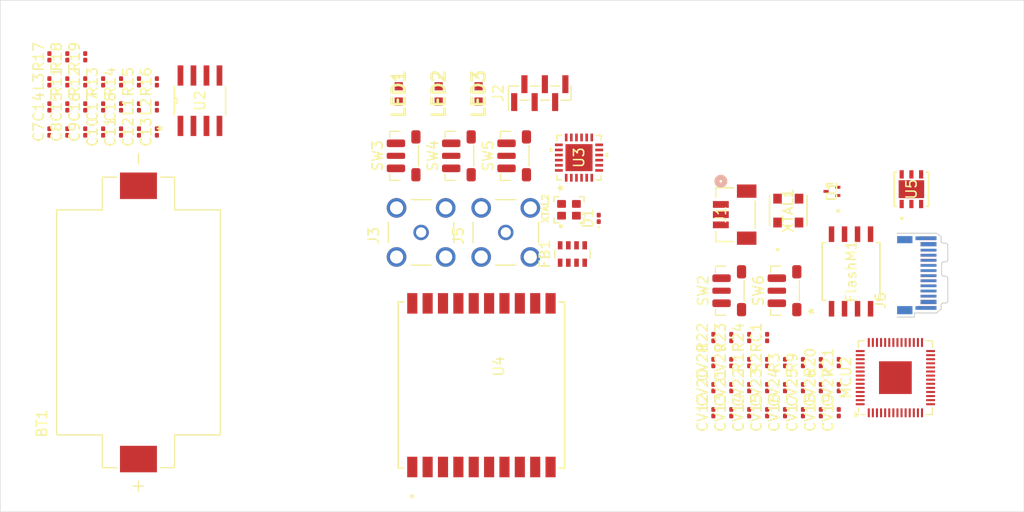
<source format=kicad_pcb>
(kicad_pcb (version 20240108) (generator "pcbnew") (generator_version "8.0")
  (layers (0 "F.Cu" signal) (1 "In1.Cu" signal) (2 "In2.Cu" signal) (31 "B.Cu" signal) (34 "B.Paste" user) (35 "F.Paste" user) (36 "B.SilkS" user "B.Silkscreen") (37 "F.SilkS" user "F.Silkscreen") (38 "B.Mask" user) (39 "F.Mask" user) (44 "Edge.Cuts" user))
  (net 0 "")
  (net 1 "GND")
  (net 2 "Net-(D1-A)")
  (net 3 "Net-(U3-DCC_FB)")
  (net 4 "Net-(U3-VBAT_IO)")
  (net 5 "Net-(U3-VR_PA)")
  (net 6 "/GPS ~{RST}")
  (net 7 "+3.3V")
  (net 8 "Net-(U3-RFIO)")
  (net 9 "Net-(C15-Pad1)")
  (net 10 "Net-(C16-Pad1)")
  (net 11 "Net-(C18-Pad1)")
  (net 12 "Net-(MCU2-RUN)")
  (net 13 "Net-(MCU2-VREG_VOUT)")
  (net 14 "/V_IN")
  (net 15 "Net-(D1-K)")
  (net 16 "/RP2040/MCU QSPI_SS")
  (net 17 "/RP2040/MCU QSPI_SD0")
  (net 18 "/RP2040/MCU QSPI_SD3")
  (net 19 "/RP2040/MCU QSPI_SD1")
  (net 20 "/RP2040/MCU QSPI_SD2")
  (net 21 "/RP2040/MCU QSPI_SCLK")
  (net 22 "Net-(J1-Pad1)")
  (net 23 "Net-(J1-Pad3)")
  (net 24 "/OBC UART RTS")
  (net 25 "/OBC UART RX")
  (net 26 "/OBC UART CTS")
  (net 27 "/OBC UART TX")
  (net 28 "Net-(U4-EX_ANT)")
  (net 29 "/RP2040/USB_DM")
  (net 31 "Net-(J6-CC2)")
  (net 35 "/RP2040/USB_DP")
  (net 38 "Net-(J6-CC1)")
  (net 39 "Net-(U3-DCC_SW)")
  (net 40 "Net-(LED1-A)")
  (net 41 "Net-(LED2-A)")
  (net 42 "Net-(LED3-A)")
  (net 43 "Net-(LED3-K)")
  (net 44 "/RP2040/GP8{slash}SPI1 MISO")
  (net 45 "/SX1280 ~{RST}")
  (net 46 "/SX1280 SPI ~{CS}")
  (net 47 "CRYSTAL")
  (net 48 "/RP2040/GP29_ADC3")
  (net 49 "/SX1280 DIO3")
  (net 50 "/RP2040/GP24{slash}PWM4 A")
  (net 51 "/GPS I2C SCL")
  (net 52 "/RP2040/GP28_ADC2")
  (net 53 "/SX1280 DIO2")
  (net 54 "/RP2040/GP13{slash}I2C0 SCL")
  (net 55 "/SX1280 SPI SCK")
  (net 56 "/RP2040/GP26_ADC0")
  (net 57 "/SX1280 DIO1")
  (net 58 "/GPS I2C SDA")
  (net 59 "/SX1280 BUSY")
  (net 60 "/GPS 1PPS")
  (net 61 "/SX1280 SPI MOSI")
  (net 62 "/GPS UART RX")
  (net 63 "/RP2040/GP27_ADC1")
  (net 64 "/GPS UART TX")
  (net 65 "Net-(MCU2-SWCLK)")
  (net 66 "Net-(MCU2-SWD)")
  (net 67 "/RP2040/GP10{slash}SPI1 SCK")
  (net 68 "/SX1280 SPI MISO")
  (net 69 "Net-(MCU2-USB_DM)")
  (net 71 "Net-(MCU2-USB_DP)")
  (net 72 "/RP2040/GP12{slash}I2C0 SDA")
  (net 73 "/RP2040/GP11{slash}SPI1 MOSI")
  (net 74 "/RP2040/GP25{slash}PWM4 B")
  (net 75 "Net-(R11-Pad1)")
  (net 76 "Net-(U4-NRESET)")
  (net 77 "Net-(U4-3D-FIX)")
  (net 78 "Net-(R16-Pad1)")
  (net 79 "/RP2040/~{RST}")
  (net 80 "Net-(XTAL1-TRI-STATE(STBY))")
  (net 81 "/RP2040/~{USB_BOOT}")
  (net 82 "/GPS VBACKUP")
  (net 83 "/SX1280 XTB")
  (net 84 "/SX1280 XTA")
  (footprint "Capacitor_SMD:C_0201_0603Metric" (layer "F.Cu") (at 111.8001 60.4313 90)
    (property "Reference" "C18" (at 0 -1.05 90) (layer "F.SilkS"))
    (property "Value" "100pF")
    (pad "1" smd roundrect (at -0.32 0 90) (size 0.46 0.4) (layers "F.Cu" "F.Mask") (net 11 "Net-(C18-Pad1)"))
    (pad "2" smd roundrect (at 0.32 0 90) (size 0.46 0.4) (layers "F.Cu" "F.Mask") (net 10 "Net-(C16-Pad1)"))
  )
  (footprint "Capacitor_SMD:C_0201_0603Metric" (layer "F.Cu") (at 178.4075 87.88 90)
    (property "Reference" "CV25" (at 0 -1.05 90) (layer "F.SilkS"))
    (property "Value" "100nF")
    (pad "1" smd roundrect (at -0.32 0 90) (size 0.46 0.4) (layers "F.Cu" "F.Mask") (net 7 "+3.3V"))
    (pad "2" smd roundrect (at 0.32 0 90) (size 0.46 0.4) (layers "F.Cu" "F.Mask") (net 1 "GND"))
  )
  (footprint "Capacitor_SMD:C_0201_0603Metric" (layer "F.Cu") (at 104.8001 62.8813 90)
    (property "Reference" "C7" (at 0 -1.05 90) (layer "F.SilkS"))
    (property "Value" "10nF")
    (pad "1" smd roundrect (at -0.32 0 90) (size 0.46 0.4) (layers "F.Cu" "F.Mask") (net 3 "Net-(U3-DCC_FB)"))
    (pad "2" smd roundrect (at 0.32 0 90) (size 0.46 0.4) (layers "F.Cu" "F.Mask") (net 1 "GND"))
  )
  (footprint "Capacitor_SMD:C_0201_0603Metric" (layer "F.Cu") (at 110.0501 62.8813 90)
    (property "Reference" "C10" (at 0 -1.05 90) (layer "F.SilkS"))
    (property "Value" "470nF")
    (pad "1" smd roundrect (at -0.32 0 90) (size 0.46 0.4) (layers "F.Cu" "F.Mask") (net 3 "Net-(U3-DCC_FB)"))
    (pad "2" smd roundrect (at 0.32 0 90) (size 0.46 0.4) (layers "F.Cu" "F.Mask") (net 1 "GND"))
  )
  (footprint "Capacitor_SMD:C_0201_0603Metric" (layer "F.Cu") (at 106.5501 62.8813 90)
    (property "Reference" "C8" (at 0 -1.05 90) (layer "F.SilkS"))
    (property "Value" "100nF")
    (pad "1" smd roundrect (at -0.32 0 90) (size 0.46 0.4) (layers "F.Cu" "F.Mask") (net 4 "Net-(U3-VBAT_IO)"))
    (pad "2" smd roundrect (at 0.32 0 90) (size 0.46 0.4) (layers "F.Cu" "F.Mask") (net 1 "GND"))
  )
  (footprint "AS12MHz:ASE-3.2X2.5_ABR" (layer "F.Cu") (at 176.9745 70.5654 90)
    (property "Reference" "XTAL1" (at 0 0 90) (layer "F.SilkS"))
    (property "Value" "ASE-12.000MHZ-LC-T")
    (pad "1" smd rect (at -1.1684 -1.05 90) (size 0.9652 0.8382) (layers "F.Cu" "F.Paste" "F.Mask") (net 80 "Net-(XTAL1-TRI-STATE(STBY))"))
    (pad "2" smd rect (at -1.1684 1.05 90) (size 0.9652 0.8382) (layers "F.Cu" "F.Paste" "F.Mask") (net 1 "GND"))
    (pad "3" smd rect (at 1.1684 1.05 90) (size 0.9652 0.8382) (layers "F.Cu" "F.Paste" "F.Mask") (net 47 "CRYSTAL"))
    (pad "4" smd rect (at 1.1684 -1.05 90) (size 0.9652 0.8382) (layers "F.Cu" "F.Paste" "F.Mask") (net 7 "+3.3V"))
  )
  (footprint "Inductor_SMD:L_0201_0603Metric" (layer "F.Cu") (at 104.8001 57.9813 90)
    (property "Reference" "L3" (at 0 -1.05 90) (layer "F.SilkS"))
    (property "Value" "2.5nH")
    (pad "1" smd roundrect (at -0.32 0 90) (size 0.46 0.4) (layers "F.Cu" "F.Mask") (net 9 "Net-(C15-Pad1)"))
    (pad "2" smd roundrect (at 0.32 0 90) (size 0.46 0.4) (layers "F.Cu" "F.Mask") (net 10 "Net-(C16-Pad1)"))
  )
  (footprint "SMA_CONNECTOR:LPRS_SMA_CONNECTOR" (layer "F.Cu") (at 141.1101 72.7013 90)
    (property "Reference" "J3" (at -0.325 -4.635 90) (layer "F.SilkS"))
    (property "Value" "SMA_CONNECTOR")
    (pad "1" thru_hole circle (at 0 0 90) (size 1.508 1.508) (drill 1) (layers "*.Cu" "*.Mask") (net 11 "Net-(C18-Pad1)"))
    (pad "G1" thru_hole circle (at -2.4 -2.4 90) (size 1.92 1.92) (drill 1.28) (layers "*.Cu" "*.Mask") (net 1 "GND"))
    (pad "G2" thru_hole circle (at -2.4 2.4 90) (size 1.92 1.92) (drill 1.28) (layers "*.Cu" "*.Mask") (net 1 "GND"))
    (pad "G3" thru_hole circle (at 2.4 2.4 90) (size 1.92 1.92) (drill 1.28) (layers "*.Cu" "*.Mask") (net 1 "GND"))
    (pad "G4" thru_hole circle (at 2.4 -2.4 90) (size 1.92 1.92) (drill 1.28) (layers "*.Cu" "*.Mask") (net 1 "GND"))
  )
  (footprint "Dual PMOS:D8" (layer "F.Cu") (at 119.5072 59.8217 90)
    (property "Reference" "U2" (at 0 0 90) (layer "F.SilkS"))
    (property "Value" "TPS1120DR")
    (fp_text user "*" (at -2.7178 -3.6068 90) (layer "F.SilkS"))
    (fp_text user "*" (at -2.7178 -3.6068 90) (layer "F.SilkS"))
    (pad "1" smd rect (at -2.4638 -1.905 90) (size 1.9812 0.5588) (layers "F.Cu" "F.Paste" "F.Mask") (net 43 "Net-(LED3-K)"))
    (pad "2" smd rect (at -2.4638 -0.635 90) (size 1.9812 0.5588) (layers "F.Cu" "F.Paste" "F.Mask") (net 46 "/SX1280 SPI ~{CS}"))
    (pad "3" smd rect (at -2.4638 0.635 90) (size 1.9812 0.5588) (layers "F.Cu" "F.Paste" "F.Mask") (net 1 "GND"))
    (pad "4" smd rect (at -2.4638 1.905 90) (size 1.9812 0.5588) (layers "F.Cu" "F.Paste" "F.Mask") (net 1 "GND"))
    (pad "5" smd rect (at 2.4638 1.905 90) (size 1.9812 0.5588) (layers "F.Cu" "F.Paste" "F.Mask") (net 1 "GND"))
    (pad "6" smd rect (at 2.4638 0.635 90) (size 1.9812 0.5588) (layers "F.Cu" "F.Paste" "F.Mask") (net 1 "GND"))
    (pad "7" smd rect (at 2.4638 -0.635 90) (size 1.9812 0.5588) (layers "F.Cu" "F.Paste" "F.Mask") (net 1 "GND"))
    (pad "8" smd rect (at 2.4638 -1.905 90) (size 1.9812 0.5588) (layers "F.Cu" "F.Paste" "F.Mask") (net 1 "GND"))
  )
  (footprint "Capacitor_SMD:C_0201_0603Metric" (layer "F.Cu") (at 180.1575 87.88 90)
    (property "Reference" "CV26" (at 0 -1.05 90) (layer "F.SilkS"))
    (property "Value" "4.7uF")
    (pad "1" smd roundrect (at -0.32 0 90) (size 0.46 0.4) (layers "F.Cu" "F.Mask") (net 1 "GND"))
    (pad "2" smd roundrect (at 0.32 0 90) (size 0.46 0.4) (layers "F.Cu" "F.Mask") (net 14 "/V_IN"))
  )
  (footprint "Capacitor_SMD:C_0201_0603Metric" (layer "F.Cu") (at 171.4075 87.88 90)
    (property "Reference" "CV21" (at 0 -1.05 90) (layer "F.SilkS"))
    (property "Value" "100nF")
    (pad "1" smd roundrect (at -0.32 0 90) (size 0.46 0.4) (layers "F.Cu" "F.Mask") (net 7 "+3.3V"))
    (pad "2" smd roundrect (at 0.32 0 90) (size 0.46 0.4) (layers "F.Cu" "F.Mask") (net 1 "GND"))
  )
  (footprint "Red SMD LED:HSMHH191" (layer "F.Cu") (at 146.7251 59.1563 90)
    (property "Reference" "LED3" (at 0 0 90) (layer "F.SilkS") (effects (font (size 1.27 1.27) (thickness 0.254))))
    (property "Value" "HSMH-H191" (hide yes))
    (pad "1" smd rect (at 0.75 0 180) (size 0.8 0.8) (layers "F.Cu" "F.Paste" "F.Mask") (net 43 "Net-(LED3-K)"))
    (pad "2" smd rect (at -0.75 0 180) (size 0.8 0.8) (layers "F.Cu" "F.Paste" "F.Mask") (net 42 "Net-(LED3-A)"))
  )
  (footprint "Capacitor_SMD:C_0201_0603Metric" (layer "F.Cu") (at 176.6575 87.88 90)
    (property "Reference" "CV24" (at 0 -1.05 90) (layer "F.SilkS"))
    (property "Value" "1uF")
    (pad "1" smd roundrect (at -0.32 0 90) (size 0.46 0.4) (layers "F.Cu" "F.Mask") (net 7 "+3.3V"))
    (pad "2" smd roundrect (at 0.32 0 90) (size 0.46 0.4) (layers "F.Cu" "F.Mask") (net 1 "GND"))
  )
  (footprint "Resistor_SMD:R_0201_0603Metric" (layer "F.Cu") (at 106.5501 55.5313 90)
    (property "Reference" "R18" (at 0 -1.05 90) (layer "F.SilkS"))
    (property "Value" "30")
    (pad "1" smd roundrect (at -0.32 0 90) (size 0.46 0.4) (layers "F.Cu" "F.Mask") (net 42 "Net-(LED3-A)"))
    (pad "2" smd roundrect (at 0.32 0 90) (size 0.46 0.4) (layers "F.Cu" "F.Mask") (net 7 "+3.3V"))
  )
  (footprint "Button_Switch_SMD:SW_Push_1P1T-MP_NO_Horizontal_Alps_SKRTLAE010" (layer "F.Cu") (at 176.7575 78.4 90)
    (property "Reference" "SW6" (at 0 -2.7 90) (layer "F.SilkS"))
    (property "Value" "SW_Push")
    (pad "" np_thru_hole circle (at -2.125 0 90) (size 0.9 0.9) (drill 0.9) (layers "*.Cu" "*.Mask"))
    (pad "" np_thru_hole circle (at 2.125 0 90) (size 0.9 0.9) (drill 0.9) (layers "*.Cu" "*.Mask"))
    (pad "1" smd roundrect (at -1.225 -0.9 90) (size 0.75 1.8) (layers "F.Cu" "F.Paste" "F.Mask") (net 1 "GND"))
    (pad "1" smd roundrect (at 1.225 -0.9 90) (size 0.75 1.8) (layers "F.Cu" "F.Paste" "F.Mask") (net 1 "GND"))
    (pad "2" smd roundrect (at 0 -0.9 90) (size 0.6 1.8) (layers "F.Cu" "F.Paste" "F.Mask") (net 81 "/RP2040/~{USB_BOOT}"))
    (pad "MP" smd roundrect (at -1.85 1.05 90) (size 1.3 0.9) (layers "F.Cu" "F.Paste" "F.Mask"))
    (pad "MP" smd roundrect (at 1.85 1.05 90) (size 1.3 0.9) (layers "F.Cu" "F.Paste" "F.Mask"))
  )
  (footprint "Red SMD LED:HSMHH191" (layer "F.Cu") (at 142.8251 59.1563 90)
    (property "Reference" "LED2" (at 0 0 90) (layer "F.SilkS") (effects (font (size 1.27 1.27) (thickness 0.254))))
    (property "Value" "HSMH-H191" (hide yes))
    (pad "1" smd rect (at 0.75 0 180) (size 0.8 0.8) (layers "F.Cu" "F.Paste" "F.Mask") (net 1 "GND"))
    (pad "2" smd rect (at -0.75 0 180) (size 0.8 0.8) (layers "F.Cu" "F.Paste" "F.Mask") (net 41 "Net-(LED2-A)"))
  )
  (footprint "Resistor_SMD:R_0201_0603Metric" (layer "F.Cu") (at 174.9075 85.43 90)
    (property "Reference" "R2" (at 0 -1.05 90) (layer "F.SilkS"))
    (property "Value" "27")
    (pad "1" smd roundrect (at -0.32 0 90) (size 0.46 0.4) (layers "F.Cu" "F.Mask") (net 35 "/RP2040/USB_DP"))
    (pad "2" smd roundrect (at 0.32 0 90) (size 0.46 0.4) (layers "F.Cu" "F.Mask") (net 71 "Net-(MCU2-USB_DP)"))
  )
  (footprint "Capacitor_SMD:C_0201_0603Metric" (layer "F.Cu") (at 180.1575 90.33 90)
    (property "Reference" "CV18" (at 0 -1.05 90) (layer "F.SilkS"))
    (property "Value" "100nF")
    (pad "1" smd roundrect (at -0.32 0 90) (size 0.46 0.4) (layers "F.Cu" "F.Mask") (net 7 "+3.3V"))
    (pad "2" smd roundrect (at 0.32 0 90) (size 0.46 0.4) (layers "F.Cu" "F.Mask") (net 1 "GND"))
  )
  (footprint "Package_DFN_QFN:QFN-56-1EP_7x7mm_P0.4mm_EP3.2x3.2mm" (layer "F.Cu") (at 187.4375 86.9 90)
    (property "Reference" "MCU2" (at 0 -4.83 90) (layer "F.SilkS"))
    (property "Value" "RP2040")
    (pad "1" smd roundrect (at -3.4375 -2.6 90) (size 0.875 0.2) (layers "F.Cu" "F.Paste" "F.Mask") (net 7 "+3.3V"))
    (pad "2" smd roundrect (at -3.4375 -2.2 90) (size 0.875 0.2) (layers "F.Cu" "F.Paste" "F.Mask") (net 64 "/GPS UART TX"))
    (pad "3" smd roundrect (at -3.4375 -1.8 90) (size 0.875 0.2) (layers "F.Cu" "F.Paste" "F.Mask") (net 62 "/GPS UART RX"))
    (pad "4" smd roundrect (at -3.4375 -1.4 90) (size 0.875 0.2) (layers "F.Cu" "F.Paste" "F.Mask") (net 6 "/GPS ~{RST}"))
    (pad "5" smd roundrect (at -3.4375 -1 90) (size 0.875 0.2) (layers "F.Cu" "F.Paste" "F.Mask") (net 60 "/GPS 1PPS"))
    (pad "6" smd roundrect (at -3.4375 -0.6 90) (size 0.875 0.2) (layers "F.Cu" "F.Paste" "F.Mask") (net 27 "/OBC UART TX"))
    (pad "7" smd roundrect (at -3.4375 -0.2 90) (size 0.875 0.2) (layers "F.Cu" "F.Paste" "F.Mask") (net 25 "/OBC UART RX"))
    (pad "8" smd roundrect (at -3.4375 0.2 90) (size 0.875 0.2) (layers "F.Cu" "F.Paste" "F.Mask") (net 26 "/OBC UART CTS"))
    (pad "9" smd roundrect (at -3.4375 0.6 90) (size 0.875 0.2) (layers "F.Cu" "F.Paste" "F.Mask") (net 24 "/OBC UART RTS"))
    (pad "10" smd roundrect (at -3.4375 1 90) (size 0.875 0.2) (layers "F.Cu" "F.Paste" "F.Mask") (net 7 "+3.3V"))
    (pad "11" smd roundrect (at -3.4375 1.4 90) (size 0.875 0.2) (layers "F.Cu" "F.Paste" "F.Mask") (net 44 "/RP2040/GP8{slash}SPI1 MISO"))
    (pad "12" smd roundrect (at -3.4375 1.8 90) (size 0.875 0.2) (layers "F.Cu" "F.Paste" "F.Mask") (net 45 "/SX1280 ~{RST}"))
    (pad "13" smd roundrect (at -3.4375 2.2 90) (size 0.875 0.2) (layers "F.Cu" "F.Paste" "F.Mask") (net 67 "/RP2040/GP10{slash}SPI1 SCK"))
    (pad "14" smd roundrect (at -3.4375 2.6 90) (size 0.875 0.2) (layers "F.Cu" "F.Paste" "F.Mask") (net 73 "/RP2040/GP11{slash}SPI1 MOSI"))
    (pad "15" smd roundrect (at -2.6 3.4375 90) (size 0.2 0.875) (layers "F.Cu" "F.Paste" "F.Mask") (net 72 "/RP2040/GP12{slash}I2C0 SDA"))
    (pad "16" smd roundrect (at -2.2 3.4375 90) (size 0.2 0.875) (layers "F.Cu" "F.Paste" "F.Mask") (net 54 "/RP2040/GP13{slash}I2C0 SCL"))
    (pad "17" smd roundrect (at -1.8 3.4375 90) (size 0.2 0.875) (layers "F.Cu" "F.Paste" "F.Mask") (net 58 "/GPS I2C SDA"))
    (pad "18" smd roundrect (at -1.4 3.4375 90) (size 0.2 0.875) (layers "F.Cu" "F.Paste" "F.Mask") (net 51 "/GPS I2C SCL"))
    (pad "19" smd roundrect (at -1 3.4375 90) (size 0.2 0.875) (layers "F.Cu" "F.Paste" "F.Mask") (net 1 "GND"))
    (pad "20" smd roundrect (at -0.6 3.4375 90) (size 0.2 0.875) (layers "F.Cu" "F.Paste" "F.Mask") (net 47 "CRYSTAL"))
    (pad "21" smd roundrect (at -0.2 3.4375 90) (size 0.2 0.875) (layers "F.Cu" "F.Paste" "F.Mask"))
    (pad "22" smd roundrect (at 0.2 3.4375 90) (size 0.2 0.875) (layers "F.Cu" "F.Paste" "F.Mask") (net 7 "+3.3V"))
    (pad "23" smd roundrect (at 0.6 3.4375 90) (size 0.2 0.875) (layers "F.Cu" "F.Paste" "F.Mask") (net 13 "Net-(MCU2-VREG_VOUT)"))
    (pad "24" smd roundrect (at 1 3.4375 90) (size 0.2 0.875) (layers "F.Cu" "F.Paste" "F.Mask") (net 65 "Net-(MCU2-SWCLK)"))
    (pad "25" smd roundrect (at 1.4 3.4375 90) (size 0.2 0.875) (layers "F.Cu" "F.Paste" "F.Mask") (net 66 "Net-(MCU2-SWD)"))
    (pad "26" smd roundrect (at 1.8 3.4375 90) (size 0.2 0.875) (layers "F.Cu" "F.Paste" "F.Mask") (net 12 "Net-(MCU2-RUN)"))
    (pad "27" smd roundrect (at 2.2 3.4375 90) (size 0.2 0.875) (layers "F.Cu" "F.Paste" "F.Mask") (net 68 "/SX1280 SPI MISO"))
    (pad "28" smd roundrect (at 2.6 3.4375 90) (size 0.2 0.875) (layers "F.Cu" "F.Paste" "F.Mask") (net 46 "/SX1280 SPI ~{CS}"))
    (pad "29" smd roundrect (at 3.4375 2.6 90) (size 0.875 0.2) (layers "F.Cu" "F.Paste" "F.Mask") (net 55 "/SX1280 SPI SCK"))
    (pad "30" smd roundrect (at 3.4375 2.2 90) (size 0.875 0.2) (layers "F.Cu" "F.Paste" "F.Mask") (net 61 "/SX1280 SPI MOSI"))
    (pad "31" smd roundrect (at 3.4375 1.8 90) (size 0.875 0.2) (layers "F.Cu" "F.Paste" "F.Mask") (net 59 "/SX1280 BUSY"))
    (pad "32" smd roundrect (at 3.4375 1.4 90) (size 0.875 0.2) (layers "F.Cu" "F.Paste" "F.Mask") (net 57 "/SX1280 DIO1"))
    (pad "33" smd roundrect (at 3.4375 1 90) (size 0.875 0.2) (layers "F.Cu" "F.Paste" "F.Mask") (net 7 "+3.3V"))
    (pad "34" smd roundrect (at 3.4375 0.6 90) (size 0.875 0.2) (layers "F.Cu" "F.Paste" "F.Mask") (net 53 "/SX1280 DIO2"))
    (pad "35" smd roundrect (at 3.4375 0.2 90) (size 0.875 0.2) (layers "F.Cu" "F.Paste" "F.Mask") (net 49 "/SX1280 DIO3"))
    (pad "36" smd roundrect (at 3.4375 -0.2 90) (size 0.875 0.2) (layers "F.Cu" "F.Paste" "F.Mask") (net 50 "/RP2040/GP24{slash}PWM4 A"))
    (pad "37" smd roundrect (at 3.4375 -0.6 90) (size 0.875 0.2) (layers "F.Cu" "F.Paste" "F.Mask") (net 74 "/RP2040/GP25{slash}PWM4 B"))
    (pad "38" smd roundrect (at 3.4375 -1 90) (size 0.875 0.2) (layers "F.Cu" "F.Paste" "F.Mask") (net 56 "/RP2040/GP26_ADC0"))
    (pad "39" smd roundrect (at 3.4375 -1.4 90) (size 0.875 0.2) (layers "F.Cu" "F.Paste" "F.Mask") (net 63 "/RP2040/GP27_ADC1"))
    (pad "40" smd roundrect (at 3.4375 -1.8 90) (size 0.875 0.2) (layers "F.Cu" "F.Paste" "F.Mask") (net 52 "/RP2040/GP28_ADC2"))
    (pad "41" smd roundrect (at 3.4375 -2.2 90) (size 0.875 0.2) (layers "F.Cu" "F.Paste" "F.Mask") (net 48 "/RP2040/GP29_ADC3"))
    (pad "42" smd roundrect (at 3.4375 -2.6 90) (size 0.875 0.2) (layers "F.Cu" "F.Paste" "F.Mask") (net 7 "+3.3V"))
    (pad "43" smd roundrect (at 2.6 -3.4375 90) (size 0.2 0.875) (layers "F.Cu" "F.Paste" "F.Mask") (net 7 "+3.3V"))
    (pad "44" smd roundrect (at 2.2 -3.4375 90) (size 0.2 0.875) (layers "F.Cu" "F.Paste" "F.Mask") (net 7 "+3.3V"))
    (pad "45" smd roundrect (at 1.8 -3.4375 90) (size 0.2 0.875) (layers "F.Cu" "F.Paste" "F.Mask") (net 13 "Net-(MCU2-VREG_VOUT)"))
    (pad "46" smd roundrect (at 1.4 -3.4375 90) (size 0.2 0.875) (layers "F.Cu" "F.Paste" "F.Mask") (net 69 "Net-(MCU2-USB_DM)"))
    (pad "47" smd roundrect (at 1 -3.4375 90) (size 0.2 0.875) (layers "F.Cu" "F.Paste" "F.Mask") (net 71 "Net-(MCU2-USB_DP)"))
    (pad "48" smd roundrect (at 0.6 -3.4375 90) (size 0.2 0.875) (layers "F.Cu" "F.Paste" "F.Mask") (net 7 "+3.3V"))
    (pad "49" smd roundrect (at 0.2 -3.4375 90) (size 0.2 0.875) (layers "F.Cu" "F.Paste" "F.Mask") (net 7 "+3.3V"))
    (pad "50" smd roundrect (at -0.2 -3.4375 90) (size 0.2 0.875) (layers "F.Cu" "F.Paste" "F.Mask") (net 13 "Net-(MCU2-VREG_VOUT)"))
    (pad "51" smd roundrect (at -0.6 -3.4375 90) (size 0.2 0.875) (layers "F.Cu" "F.Paste" "F.Mask") (net 18 "/RP2040/MCU QSPI_SD3"))
    (pad "52" smd roundrect (at -1 -3.4375 90) (size 0.2 0.875) (layers "F.Cu" "F.Paste" "F.Mask") (net 21 "/RP2040/MCU QSPI_SCLK"))
    (pad "53" smd roundrect (at -1.4 -3.4375 90) (size 0.2 0.875) (layers "F.Cu" "F.Paste" "F.Mask") (net 17 "/RP2040/MCU QSPI_SD0"))
    (pad "54" smd roundrect (at -1.8 -3.4375 90) (size 0.2 0.875) (layers "F.Cu" "F.Paste" "F.Mask") (net 20 "/RP2040/MCU QSPI_SD2"))
    (pad "55" smd roundrect (at -2.2 -3.4375 90) (size 0.2 0.875) (layers "F.Cu" "F.Paste" "F.Mask") (net 19 "/RP2040/MCU QSPI_SD1"))
    (pad "56" smd roundrect (at -2.6 -3.4375 90) (size 0.2 0.875) (layers "F.Cu" "F.Paste" "F.Mask") (net 16 "/RP2040/MCU QSPI_SS"))
    (pad "57" smd rect (at 0 0 90) (size 3.2 3.2) (property pad_prop_heatsink) (layers "F.Cu" "F.Mask") (net 1 "GND"))
  )
  (footprint "Resistor_SMD:R_0201_0603Metric" (layer "F.Cu") (at 169.6575 82.98 90)
    (property "Reference" "R22" (at 0 -1.05 90) (layer "F.SilkS"))
    (property "Value" "10k")
    (pad "1" smd roundrect (at -0.32 0 90) (size 0.46 0.4) (layers "F.Cu" "F.Mask") (net 80 "Net-(XTAL1-TRI-STATE(STBY))"))
    (pad "2" smd roundrect (at 0.32 0 90) (size 0.46 0.4) (layers "F.Cu" "F.Mask") (net 7 "+3.3V"))
  )
  (footprint "GPS_adafruit:CD-PA1616D_ADA" (layer "F.Cu") (at 147 87.635765 90)
    (property "Reference" "U4" (at 1.8372 1.7001 90) (layer "F.SilkS"))
    (property "Value" "CD-PA1616")
    (pad "1" smd rect (at -8.001 -6.75513 90) (size 2.0066 0.9906) (layers "F.Cu" "F.Paste" "F.Mask") (net 6 "/GPS ~{RST}"))
    (pad "2" smd rect (at -8.001 -5.25399 90) (size 2.0066 0.9906) (layers "F.Cu" "F.Paste" "F.Mask") (net 76 "Net-(U4-NRESET)"))
    (pad "3" smd rect (at -8.001 -3.75285 90) (size 2.0066 0.9906) (layers "F.Cu" "F.Paste" "F.Mask") (net 1 "GND"))
    (pad "4" smd rect (at -8.001 -2.25171 90) (size 2.0066 0.9906) (layers "F.Cu" "F.Paste" "F.Mask") (net 82 "/GPS VBACKUP"))
    (pad "5" smd rect (at -8.001 -0.75057 90) (size 2.0066 0.9906) (layers "F.Cu" "F.Paste" "F.Mask") (net 77 "Net-(U4-3D-FIX)"))
    (pad "6" smd rect (at -8.001 0.75057 90) (size 2.0066 0.9906) (layers "F.Cu" "F.Paste" "F.Mask"))
    (pad "7" smd rect (at -8.001 2.25171 90) (size 2.0066 0.9906) (layers "F.Cu" "F.Paste" "F.Mask"))
    (pad "8" smd rect (at -8.001 3.75285 90) (size 2.0066 0.9906) (layers "F.Cu" "F.Paste" "F.Mask") (net 1 "GND"))
    (pad "9" smd rect (at -8.001 5.25399 90) (size 2.0066 0.9906) (layers "F.Cu" "F.Paste" "F.Mask") (net 64 "/GPS UART TX"))
    (pad "10" smd rect (at -8.001 6.75513 90) (size 2.0066 0.9906) (layers "F.Cu" "F.Paste" "F.Mask") (net 62 "/GPS UART RX"))
    (pad "11" smd rect (at 8.001 6.75513 90) (size 2.0066 0.9906) (layers "F.Cu" "F.Paste" "F.Mask") (net 28 "Net-(U4-EX_ANT)"))
    (pad "12" smd rect (at 8.001 5.25399 90) (size 2.0066 0.9906) (layers "F.Cu" "F.Paste" "F.Mask") (net 1 "GND"))
    (pad "13" smd rect (at 8.001 3.75285 90) (size 2.0066 0.9906) (layers "F.Cu" "F.Paste" "F.Mask") (net 60 "/GPS 1PPS"))
    (pad "14" smd rect (at 8.001 2.25171 90) (size 2.0066 0.9906) (layers "F.Cu" "F.Paste" "F.Mask") (net 51 "/GPS I2C SCL"))
    (pad "15" smd rect (at 8.001 0.75057 90) (size 2.0066 0.9906) (layers "F.Cu" "F.Paste" "F.Mask") (net 58 "/GPS I2C SDA"))
    (pad "16" smd rect (at 8.001 -0.75057 90) (size 2.0066 0.9906) (layers "F.Cu" "F.Paste" "F.Mask"))
    (pad "17" smd rect (at 8.001 -2.25171 90) (size 2.0066 0.9906) (layers "F.Cu" "F.Paste" "F.Mask"))
    (pad "18" smd rect (at 8.001 -3.75285 90) (size 2.0066 0.9906) (layers "F.Cu" "F.Paste" "F.Mask"))
    (pad "19" smd rect (at 8.001 -5.25399 90) (size 2.0066 0.9906) (layers "F.Cu" "F.Paste" "F.Mask") (net 1 "GND"))
    (pad "20" smd rect (at 8.001 -6.75513 90) (size 2.0066 0.9906) (layers "F.Cu" "F.Paste" "F.Mask"))
  )
  (footprint "Capacitor_SMD:C_0201_0603Metric" (layer "F.Cu") (at 169.6575 90.33 90)
    (property "Reference" "CV12" (at 0 -1.05 90) (layer "F.SilkS"))
    (property "Value" "1uF")
    (pad "1" smd roundrect (at -0.32 0 90) (size 0.46 0.4) (layers "F.Cu" "F.Mask") (net 12 "Net-(MCU2-RUN)"))
    (pad "2" smd roundrect (at 0.32 0 90) (size 0.46 0.4) (layers "F.Cu" "F.Mask") (net 1 "GND"))
  )
  (footprint "Capacitor_SMD:C_0201_0603Metric" (layer "F.Cu") (at 115.3001 62.8813 90)
    (property "Reference" "C13" (at 0 -1.05 90) (layer "F.SilkS"))
    (property "Value" "100nF")
    (pad "1" smd roundrect (at -0.32 0 90) (size 0.46 0.4) (layers "F.Cu" "F.Mask") (net 7 "+3.3V"))
    (pad "2" smd roundrect (at 0.32 0 90) (size 0.46 0.4) (layers "F.Cu" "F.Mask") (net 1 "GND"))
  )
  (footprint "Resistor_SMD:R_0201_0603Metric" (layer "F.Cu") (at 115.3001 57.9813 90)
    (property "Reference" "R16" (at 0 -1.05 90) (layer "F.SilkS"))
    (property "Value" "1k")
    (pad "1" smd roundrect (at -0.32 0 90) (size 0.46 0.4) (layers "F.Cu" "F.Mask") (net 78 "Net-(R16-Pad1)"))
    (pad "2" smd roundrect (at 0.32 0 90) (size 0.46 0.4) (layers "F.Cu" "F.Mask") (net 45 "/SX1280 ~{RST}"))
  )
  (footprint "Capacitor_SMD:C_0201_0603Metric" (layer "F.Cu") (at 106.5501 60.4313 90)
    (property "Reference" "C15" (at 0 -1.05 90) (layer "F.SilkS"))
    (property "Value" "1.2pF")
    (pad "1" smd roundrect (at -0.32 0 90) (size 0.46 0.4) (layers "F.Cu" "F.Mask") (net 9 "Net-(C15-Pad1)"))
    (pad "2" smd roundrect (at 0.32 0 90) (size 0.46 0.4) (layers "F.Cu" "F.Mask") (net 1 "GND"))
  )
  (footprint "Capacitor_SMD:C_0201_0603Metric" (layer "F.Cu") (at 108.3001 62.8813 90)
    (property "Reference" "C9" (at 0 -1.05 90) (layer "F.SilkS"))
    (property "Value" "10nF")
    (pad "1" smd roundrect (at -0.32 0 90) (size 0.46 0.4) (layers "F.Cu" "F.Mask") (net 5 "Net-(U3-VR_PA)"))
    (pad "2" smd roundrect (at 0.32 0 90) (size 0.46 0.4) (layers "F.Cu" "F.Mask") (net 1 "GND"))
  )
  (footprint "NOR Flash:SOIC_208MIL_WIN" (layer "F.Cu") (at 183.1051 76.5179 90)
    (property "Reference" "FlashM1" (at 0 0 90) (layer "F.SilkS"))
    (property "Value" "W25Q128JVSIQ_TR")
    (fp_text user "*" (at -3.8989 -3.5814 90) (layer "F.SilkS"))
    (fp_text user "*" (at -3.8989 -3.5814 90) (layer "F.SilkS"))
    (pad "1" smd rect (at -3.6449 -1.905 90) (size 1.524 0.5334) (layers "F.Cu" "F.Paste" "F.Mask") (net 16 "/RP2040/MCU QSPI_SS"))
    (pad "2" smd rect (at -3.6449 -0.635 90) (size 1.524 0.5334) (layers "F.Cu" "F.Paste" "F.Mask") (net 19 "/RP2040/MCU QSPI_SD1"))
    (pad "3" smd rect (at -3.6449 0.635 90) (size 1.524 0.5334) (layers "F.Cu" "F.Paste" "F.Mask") (net 20 "/RP2040/MCU QSPI_SD2"))
    (pad "4" smd rect (at -3.6449 1.905 90) (size 1.524 0.5334) (layers "F.Cu" "F.Paste" "F.Mask") (net 1 "GND"))
    (pad "5" smd rect (at 3.6449 1.905 90) (size 1.524 0.5334) (layers "F.Cu" "F.Paste" "F.Mask") (net 17 "/RP2040/MCU QSPI_SD0"))
    (pad "6" smd rect (at 3.6449 0.635 90) (size 1.524 0.5334) (layers "F.Cu" "F.Paste" "F.Mask") (net 21 "/RP2040/MCU QSPI_SCLK"))
    (pad "7" smd rect (at 3.6449 -0.635 90) (size 1.524 0.5334) (layers "F.Cu" "F.Paste" "F.Mask") (net 18 "/RP2040/MCU QSPI_SD3"))
    (pad "8" smd rect (at 3.6449 -1.905 90) (size 1.524 0.5334) (layers "F.Cu" "F.Paste" "F.Mask") (net 7 "+3.3V"))
  )
  (footprint "Button_Switch_SMD:SW_Push_1P1T-MP_NO_Horizontal_Alps_SKRTLAE010" (layer "F.Cu") (at 171.3575 78.4 90)
    (property "Reference" "SW2" (at 0 -2.7 90) (layer "F.SilkS"))
    (property "Value" "SW_Push")
    (pad "" np_thru_hole circle (at -2.125 0 90) (size 0.9 0.9) (drill 0.9) (layers "*.Cu" "*.Mask"))
    (pad "" np_thru_hole circle (at 2.125 0 90) (size 0.9 0.9) (drill 0.9) (layers "*.Cu" "*.Mask"))
    (pad "1" smd roundrect (at -1.225 -0.9 90) (size 0.75 1.8) (layers "F.Cu" "F.Paste" "F.Mask") (net 1 "GND"))
    (pad "1" smd roundrect (at 1.225 -0.9 90) (size 0.75 1.8) (layers "F.Cu" "F.Paste" "F.Mask") (net 1 "GND"))
    (pad "2" smd roundrect (at 0 -0.9 90) (size 0.6 1.8) (layers "F.Cu" "F.Paste" "F.Mask") (net 79 "/RP2040/~{RST}"))
    (pad "MP" smd roundrect (at -1.85 1.05 90) (size 1.3 0.9) (layers "F.Cu" "F.Paste" "F.Mask"))
    (pad "MP" smd roundrect (at 1.85 1.05 90) (size 1.3 0.9) (layers "F.Cu" "F.Paste" "F.Mask"))
  )
  (footprint "Capacitor_SMD:C_0201_0603Metric" (layer "F.Cu") (at 113.5501 62.8813 90)
    (property "Reference" "C12" (at 0 -1.05 90) (layer "F.SilkS"))
    (property "Value" "100nF")
    (pad "1" smd roundrect (at -0.32 0 90) (size 0.46 0.4) (layers "F.Cu" "F.Mask") (net 6 "/GPS ~{RST}"))
    (pad "2" smd roundrect (at 0.32 0 90) (size 0.46 0.4) (layers "F.Cu" "F.Mask") (net 1 "GND"))
  )
  (footprint "Inductor_SMD:L_0201_0603Metric" (layer "F.Cu") (at 115.3001 60.4313 90)
    (property "Reference" "L2" (at 0 -1.05 90) (layer "F.SilkS"))
    (property "Value" "3nH")
    (pad "1" smd roundrect (at -0.32 0 90) (size 0.46 0.4) (layers "F.Cu" "F.Mask") (net 8 "Net-(U3-RFIO)"))
    (pad "2" smd roundrect (at 0.32 0 90) (size 0.46 0.4) (layers "F.Cu" "F.Mask") (net 9 "Net-(C15-Pad1)"))
  )
  (footprint "Capacitor_SMD:C_0201_0603Metric" (layer "F.Cu") (at 174.9075 90.33 90)
    (property "Reference" "CV15" (at 0 -1.05 90) (layer "F.SilkS"))
    (property "Value" "100nF")
    (pad "1" smd roundrect (at -0.32 0 90) (size 0.46 0.4) (layers "F.Cu" "F.Mask") (net 1 "GND"))
    (pad "2" smd roundrect (at 0.32 0 90) (size 0.46 0.4) (layers "F.Cu" "F.Mask") (net 13 "Net-(MCU2-VREG_VOUT)"))
  )
  (footprint "Inductor_SMD:L_0201_0603Metric" (layer "F.Cu") (at 113.5501 60.4313 90)
    (property "Reference" "L1" (at 0 -1.05 90) (layer "F.SilkS"))
    (property "Value" "15uH")
    (pad "1" smd roundrect (at -0.32 0 90) (size 0.46 0.4) (layers "F.Cu" "F.Mask") (net 3 "Net-(U3-DCC_FB)"))
    (pad "2" smd roundrect (at 0.32 0 90) (size 0.46 0.4) (layers "F.Cu" "F.Mask") (net 39 "Net-(U3-DCC_SW)"))
  )
  (footprint "BAT Holder 1060TR:BAT_1060TR" (layer "F.Cu") (at 113.5 81.5 90)
    (property "Reference" "BT1" (at -9.8928 -9.4349 90) (layer "F.SilkS"))
    (property "Value" "1060TR")
    (pad "N" smd rect (at 13.36 0 90) (size 2.59 3.61) (layers "F.Cu" "F.Paste" "F.Mask") (net 1 "GND"))
    (pad "P" smd rect (at -13.36 0 90) (size 2.59 3.61) (layers "F.Cu" "F.Paste" "F.Mask") (net 2 "Net-(D1-A)"))
  )
  (footprint "Diode_SMD:D_0201_0603Metric" (layer "F.Cu") (at 158.4601 71.3263 90)
    (property "Reference" "D1" (at 0 -1.05 90) (layer "F.SilkS"))
    (property "Value" "D")
    (pad "1" smd roundrect (at -0.32 0 90) (size 0.46 0.4) (layers "F.Cu" "F.Mask") (net 15 "Net-(D1-K)"))
    (pad "2" smd roundrect (at 0.32 0 90) (size 0.46 0.4) (layers "F.Cu" "F.Mask") (net 2 "Net-(D1-A)"))
  )
  (footprint "Resistor_SMD:R_0201_0603Metric" (layer "F.Cu") (at 176.6575 85.43 90)
    (property "Reference" "R3" (at 0 -1.05 90) (layer "F.SilkS"))
    (property "Value" "27")
    (pad "1" smd roundrect (at -0.32 0 90) (size 0.46 0.4) (layers "F.Cu" "F.Mask") (net 29 "/RP2040/USB_DM"))
    (pad "2" smd roundrect (at 0.32 0 90) (size 0.46 0.4) (layers "F.Cu" "F.Mask") (net 69 "Net-(MCU2-USB_DM)"))
  )
  (footprint "Resistor_SMD:R_0201_0603Metric" (layer "F.Cu") (at 173.1575 85.43 90)
    (property "Reference" "R1" (at 0 -1.05 90) (layer "F.SilkS"))
    (property "Value" "1k")
    (pad "1" smd roundrect (at -0.32 0 90) (size 0.46 0.4) (layers "F.Cu" "F.Mask") (net 7 "+3.3V"))
    (pad "2" smd roundrect (at 0.32 0 90) (size 0.46 0.4) (layers "F.Cu" "F.Mask") (net 12 "Net-(MCU2-RUN)"))
  )
  (footprint "Capacitor_SMD:C_0201_0603Metric" (layer "F.Cu") (at 169.6575 85.43 90)
    (property "Reference" "CV28" (at 0 -1.05 90) (layer "F.SilkS"))
    (property "Value" "1uF")
    (pad "1" smd roundrect (at -0.32 0 90) (size 0.46 0.4) (layers "F.Cu" "F.Mask") (net 1 "GND"))
    (pad "2" smd roundrect (at 0.32 0 90) (size 0.46 0.4) (layers "F.Cu" "F.Mask") (net 14 "/V_IN"))
  )
  (footprint "Resistor_SMD:R_0201_0603Metric" (layer "F.Cu") (at 108.3001 57.9813 90)
    (property "Reference" "R12" (at 0 -1.05 90) (layer "F.SilkS"))
    (property "Value" "470")
    (pad "1" smd roundrect (at -0.32 0 90) (size 0.46 0.4) (layers "F.Cu" "F.Mask") (net 40 "Net-(LED1-A)"))
    (pad "2" smd roundrect (at 0.32 0 90) (size 0.46 0.4) (layers "F.Cu" "F.Mask") (net 77 "Net-(U4-3D-FIX)"))
  )
  (footprint "Capacitor_SMD:C_0201_0603Metric" (layer "F.Cu") (at 181.9075 90.33 90)
    (property "Reference" "CV19" (at 0 -1.05 90) (layer "F.SilkS"))
    (property "Value" "100nF")
    (pad "1" smd roundrect (at -0.32 0 90) (size 0.46 0.4) (layers "F.Cu" "F.Mask") (net 7 "+3.3V"))
    (pad "2" smd roundrect (at 0.32 0 90) (size 0.46 0.4) (layers "F.Cu" "F.Mask") (net 1 "GND"))
  )
  (footprint "Capacitor_SMD:C_0201_0603Metric" (layer "F.Cu") (at 176.6575 90.33 90)
    (property "Reference" "CV16" (at 0 -1.05 90) (layer "F.SilkS"))
    (property "Value" "100nF")
    (pad "1" smd roundrect (at -0.32 0 90) (size 0.46 0.4) (layers "F.Cu" "F.Mask") (net 7 "+3.3V"))
    (pad "2" smd roundrect (at 0.32 0 90) (size 0.46 0.4) (layers "F.Cu" "F.Mask") (net 1 "GND"))
  )
  (footprint "Resistor_SMD:R_0201_0603Metric" (layer "F.Cu") (at 108.3001 55.5313 90)
    (property "Reference" "R19" (at 0 -1.05 90) (layer "F.SilkS"))
    (property "Value" "130")
    (pad "1" smd roundrect (at -0.32 0 90) (size 0.46 0.4) (layers "F.Cu" "F.Mask") (net 41 "Net-(LED2-A)"))
    (pad "2" smd roundrect (at 0.32 0 90) (size 0.46 0.4) (layers "F.Cu" "F.Mask") (net 74 "/RP2040/GP25{slash}PWM4 B"))
  )
  (footprint "Connector_PinHeader_1.00mm:PinHeader_1x06_P1.00mm_Vertical_SMD_Pin1Left" (layer "F.Cu") (at 152.7001 59.0813 90)
    (property "Reference" "J2" (at 0 -4.06 90) (layer "F.SilkS"))
    (property "Value" "Conn_01x06_Pin")
    (pad "1" smd rect (at -0.875 -2.5 90) (size 1.75 0.6) (layers "F.Cu" "F.Paste" "F.Mask") (net 14 "/V_IN"))
    (pad "2" smd rect (at 0.875 -1.5 90) (size 1.75 0.6) (layers "F.Cu" "F.Paste" "F.Mask") (net 26 "/OBC UART CTS"))
    (pad "3" smd rect (at -0.875 -0.5 90) (size 1.75 0.6) (layers "F.Cu" "F.Paste" "F.Mask") (net 27 "/OBC UART TX"))
    (pad "4" smd rect (at 0.875 0.5 90) (size 1.75 0.6) (layers "F.Cu" "F.Paste" "F.Mask") (net 25 "/OBC UART RX"))
    (pad "5" smd rect (at -0.875 1.5 90) (size 1.75 0.6) (layers "F.Cu" "F.Paste" "F.Mask") (net 24 "/OBC UART RTS"))
    (pad "6" smd rect (at 0.875 2.5 90) (size 1.75 0.6) (layers "F.Cu" "F.Paste" "F.Mask") (net 1 "GND"))
  )
  (footprint "Capacitor_SMD:C_0201_0603Metric" (layer "F.Cu") (at 171.4075 90.33 90)
    (property "Reference" "CV13" (at 0 -1.05 90) (layer "F.SilkS"))
    (property "Value" "100nF")
    (pad "1" smd roundrect (at -0.32 0 90) (size 0.46 0.4) (layers "F.Cu" "F.Mask") (net 1 "GND"))
    (pad "2" smd roundrect (at 0.32 0 90) (size 0.46 0.4) (layers "F.Cu" "F.Mask") (net 13 "Net-(MCU2-VREG_VOUT)"))
  )
  (footprint "Capacitor_SMD:C_0201_0603Metric" (layer "F.Cu") (at 111.8001 62.8813 90)
    (property "Reference" "C11" (at 0 -1.05 90) (layer "F.SilkS"))
    (property "Value" "1uF")
    (pad "1" smd roundrect (at -0.32 0 90) (size 0.46 0.4) (layers "F.Cu" "F.Mask") (net 6 "/GPS ~{RST}"))
    (pad "2" smd roundrect (at 0.32 0 90) (size 0.46 0.4) (layers "F.Cu" "F.Mask") (net 1 "GND"))
  )
  (footprint "LDO ST1L05A:DFN_5APU33R_STM" (layer "F.Cu") (at 189.0021 68.4722 90)
    (property "Reference" "U5" (at 0 0 90) (layer "F.SilkS"))
    (property "Value" "ST1L05APU33R")
    (pad "1" smd rect (at -1.4478 -0.950001 90) (size 0.8128 0.4064) (layers "F.Cu" "F.Paste" "F.Mask"))
    (pad "2" smd rect (at -1.4478 0 90) (size 0.8128 0.4064) (layers "F.Cu" "F.Paste" "F.Mask") (net 7 "+3.3V"))
    (pad "3" smd rect (at -1.4478 0.950001 90) (size 0.8128 0.4064) (layers "F.Cu" "F.Paste" "F.Mask") (net 14 "/V_IN"))
    (pad "4" smd rect (at 1.4478 0.950001 90) (size 0.8128 0.4064) (layers "F.Cu" "F.Paste" "F.Mask"))
    (pad "5" smd rect (at 1.4478 0 90) (size 0.8128 0.4064) (layers "F.Cu" "F.Paste" "F.Mask"))
    (pad "6" smd rect (at 1.4478 -0.950001 90) (size 0.8128 0.4064) (layers "F.Cu" "F.Paste" "F.Mask") (net 1 "GND"))
    (pad "7" smd rect (at 0 0 90) (size 1.7526 2.4892) (layers "F.Cu" "F.Paste" "F.Mask") (net 1 "GND"))
  )
  (footprint "Capacitor_SMD:C_0201_0603Metric" (layer "F.Cu") (at 108.3001 60.4313 90)
    (property "Reference" "C16" (at 0 -1.05 90) (layer "F.SilkS"))
    (property "Value" "0.5pF")
    (pad "1" smd roundrect (at -0.32 0 90) (size 0.46 0.4) (layers "F.Cu" "F.Mask") (net 10 "Net-(C16-Pad1)"))
    (pad "2" smd roundrect (at 0.32 0 90) (size 0.46 0.4) (layers "F.Cu" "F.Mask") (net 9 "Net-(C15-Pad1)"))
  )
  (footprint "Connector_USB:USB_C_Plug_JAE_DX07P024AJ1" (layer "F.Cu") (at 189.5275 76.6775 90)
    (property "Reference" "J6" (at -2.6925 -3.54 90) (layer "F.SilkS"))
    (property "Value" "USB_C")
    (fp_line (start -4.3 -1.93) (end -4.3 -0.2275) (stroke (width 0.1)) (layer "Edge.Cuts"))
    (fp_line (start -4.3 -0.2275) (end -3.9 -0.2275) (stroke (width 0.1)) (layer "Edge.Cuts"))
    (fp_line (start 3.9 1.9225) (end 3.9 -1.9175) (stroke (width 0.1)) (layer "Edge.Cuts"))
    (fp_line (start -3.9 1.9225) (end -3.9 -0.2275) (stroke (width 0.1)) (layer "Edge.Cuts"))
    (fp_line (start 3.575 2.3725) (end 3.9 1.9225) (stroke (width 0.1)) (layer "Edge.Cuts"))
    (fp_line (start 3.125 2.3725) (end 3.575 2.3725) (stroke (width 0.1)) (layer "Edge.Cuts"))
    (fp_line (start -3.125 2.3725) (end -3.53 2.3725) (stroke (width 0.1)) (layer "Edge.Cuts"))
    (fp_line (start -3.53 2.3725) (end -3.9 1.9225) (stroke (width 0.1)) (layer "Edge.Cuts"))
    (fp_line (start -0.1 2.4225) (end 0.9 2.4225) (stroke (width 0.1)) (layer "Edge.Cuts"))
    (fp_line (start -0.3 2.6225) (end -0.3 2.8225) (stroke (width 0.1)) (layer "Edge.Cuts"))
    (fp_line (start 2.925 2.8225) (end 2.925 2.5725) (stroke (width 0.1)) (layer "Edge.Cuts"))
    (fp_line (start 1.1 2.8225) (end 1.1 2.6225) (stroke (width 0.1)) (layer "Edge.Cuts"))
    (fp_line (start -2.925 2.8225) (end -2.925 2.5725) (stroke (width 0.1)) (layer "Edge.Cuts"))
    (fp_line (start 1.3 3.0225) (end 2.725 3.0225) (stroke (width 0.1)) (layer "Edge.Cuts"))
    (fp_line (start -0.5 3.0225) (end -2.725 3.0225) (stroke (width 0.1)) (layer "Edge.Cuts"))
    (fp_arc (start -3.125 2.3725) (mid -2.983579 2.431079) (end -2.925 2.5725) (stroke (width 0.1)) (layer "Edge.Cuts"))
    (fp_arc (start 0.9 2.4225) (mid 1.041421 2.481079) (end 1.1 2.6225) (stroke (width 0.1)) (layer "Edge.Cuts"))
    (fp_arc (start 2.925 2.5725) (mid 2.983579 2.431079) (end 3.125 2.3725) (stroke (width 0.1)) (layer "Edge.Cuts"))
    (fp_arc (start -0.3 2.6225) (mid -0.241421 2.481079) (end -0.1 2.4225) (stroke (width 0.1)) (layer "Edge.Cuts"))
    (fp_arc (start 2.925 2.8225) (mid 2.866421 2.963921) (end 2.725 3.0225) (stroke (width 0.1)) (layer "Edge.Cuts"))
    (fp_arc (start -0.3 2.8225) (mid -0.358579 2.963921) (end -0.5 3.0225) (stroke (width 0.1)) (layer "Edge.Cuts"))
    (fp_arc (start 1.3 3.0225) (mid 1.158579 2.963921) (end 1.1 2.8225) (stroke (width 0.1)) (layer "Edge.Cuts"))
    (fp_arc (start -2.725 3.0225) (mid -2.866421 2.963921) (end -2.925 2.8225) (stroke (width 0.1)) (layer "Edge.Cuts"))
    (pad "" smd rect (at -3.405 1.0475 90) (size 0.36 1.75) (layers "F.Cu" "F.Mask"))
    (pad "" smd rect (at 3.405 1.0475 90) (size 0.36 1.75) (layers "F.Cu" "F.Mask"))
    (pad "A1" smd rect (at 2.825 1.1475 90) (size 0.41 1.55) (layers "F.Cu" "F.Paste" "F.Mask") (net 1 "GND"))
    (pad "A2" smd rect (at 2.25 1.1475 90) (size 0.26 1.55) (layers "F.Cu" "F.Paste" "F.Mask"))
    (pad "A3" smd rect (at 1.75 1.1475 90) (size 0.26 1.55) (layers "F.Cu" "F.Paste" "F.Mask"))
    (pad "A4" smd rect (at 1.25 1.1475 90) (size 0.26 1.55) (layers "F.Cu" "F.Paste" "F.Mask") (net 14 "/V_IN"))
    (pad "A5" smd rect (at 0.75 1.1475 90) (size 0.26 1.55) (layers "F.Cu" "F.Paste" "F.Mask") (net 38 "Net-(J6-CC1)"))
    (pad "A6" smd rect (at 0.25 1.1475 270) (size 0.26 1.55) (layers "F.Cu" "F.Paste" "F.Mask") (net 35 "/RP2040/USB_DP"))
    (pad "A7" smd rect (at -0.25 1.1475 270) (size 0.26 1.55) (layers "F.Cu" "F.Paste" "F.Mask") (net 29 "/RP2040/USB_DM"))
    (pad "A8" smd rect (at -0.75 1.1475 90) (size 0.26 1.55) (layers "F.Cu" "F.Paste" "F.Mask"))
    (pad "A9" smd rect (at -1.25 1.1475 90) (size 0.26 1.55) (layers "F.Cu" "F.Paste" "F.Mask") (net 14 "/V_IN"))
    (pad "A10" smd rect (at -1.75 1.1475 90) (size 0.26 1.55) (layers "F.Cu" "F.Paste" "F.Mask"))
    (pad "A11" smd rect (at -2.25 1.1475 90) (size 0.26 1.55) (layers "F.Cu" "F.Paste" "F.Mask"))
    (pad "A12" smd rect (at -2.825 1.1475 90) (size 0.41 1.55) (layers "F.Cu" "F.Paste" "F.Mask") (net 1 "GND"))
    (pad "B1" smd rect (at -2.825 1.1475 90) (size 0.41 1.55) (layers "B.Cu" "B.Paste" "B.Mask") (net 1 "GND"))
    (pad "B2" smd rect (at -2.25 1.1475 90) (size 0.26 1.55) (layers "B.Cu" "B.Paste" "B.Mask"))
    (pad "B3" smd rect (at -1.75 1.1475 90) (size 0.26 1.55) (layers "B.Cu" "B.Paste" "B.Mask"))
    (pad "B4" smd rect (at -1.25 1.1475 90) (size 0.26 1.55) (layers "B.Cu" "B.Paste" "B.Mask") (net 14 "/V_IN"))
    (pad "B5" smd rect (at -0.75 1.1475 90) (size 0.26 1.55) (layers "B.Cu" "B.Paste" "B.Mask") (net 31 "Net-(J6-CC2)"))
    (pad "B6" smd rect (at -0.25 1.1475 270) (size 0.26 1.55) (layers "B.Cu" "B.Paste" "B.Mask") (net 35 "/RP2040/USB_DP"))
    (pad "B7" smd rect (at 0.25 1.1475 90) (size 0.26 1.55) (layers "B.Cu" "B.Paste" "B.Mask") (net 29 "/RP2040/USB_DM"))
    (pad "B8" smd rect (at 0.75 1.1475 90) (size 0.26 1.55) (layers "B.Cu" "B.Paste" "B.Mask"))
    (pad "B9" smd rect (at 1.25 1.1475 90) (size 0.26 1.55) (layers "B.Cu" "B.Paste" "B.Mask") (net 14 "/V_IN"))
    (pad "B10" smd rect (at 1.75 1.1475 90) (size 0.26 1.55) (layers "B.Cu" "B.Paste" "B.Mask"))
    (pad "B11" smd rect (at 2.25 1.1475 90) (size 0.26 1.55) (layers "B.Cu" "B.Paste" "B.Mask"))
    (pad "B12" smd rect (at 2.825 1.1475 90) (size 0.41 1.55) (layers "B.Cu" "B.Paste" "B.Mask") (net 1 "GND"))
    (pad "S1" smd rect (at -3.625 -1.1725 90) (size 0.8 1.5) (layers "B.Cu" "B.Paste" "B.Mask"))
    (pad "S1" smd rect (at -3.405 0.8975 90) (size 0.36 2.05) (layers "B.Cu" "B.Paste" "B.Mask"))
    (pad "S1" smd rect (at 3.27 -1.1725 270) (size 0.7 1.5) (layers "B.Cu" "B.Paste" "B.Mask"))
    (pad "S1" smd rect (at 3.405 0.8975 90) (size 0.36 2.05) (layers "B.Cu" "B.Paste" "B.Mask"))
  )
  (footprint "SX1280:QFN24_4X4_SEM" (layer "F.Cu") (at 156.5326 65.3866 90)
    (property "Reference" "U3" (at 0 0 90) (layer "F.SilkS"))
    (property "Value" "SX1280IMLTRT")
    (fp_text user "*" (at -2.9845 -1.5 90) (layer "F.SilkS"))
    (fp_text user "*" (at -2.9845 -1.5 90) (layer "F.SilkS"))
    (pad "1" smd rect (at -1.9685 -1.25 180) (size 0.254 0.762) (layers "F.Cu" "F.Paste" "F.Mask") (net 5 "Net-(U3-VR_PA)"))
    (pad "2" smd rect (at -1.9685 -0.750001 180) (size 0.254 0.762) (layers "F.Cu" "F.Paste" "F.Mask") (net 3 "Net-(U3-DCC_FB)"))
    (pad "3" smd rect (at -1.9685 -0.25 180) (size 0.254 0.762) (layers "F.Cu" "F.Paste" "F.Mask") (net 45 "/SX1280 ~{RST}"))
    (pad "4" smd rect (at -1.9685 0.25 180) (size 0.254 0.762) (layers "F.Cu" "F.Paste" "F.Mask") (net 84 "/SX1280 XTA"))
    (pad "5" smd rect (at -1.9685 0.750001 180) (size 0.254 0.762) (layers "F.Cu" "F.Paste" "F.Mask") (net 1 "GND"))
    (pad "6" smd rect (at -1.9685 1.25 180) (size 0.254 0.762) (layers "F.Cu" "F.Paste" "F.Mask") (net 83 "/SX1280 XTB"))
    (pad "7" smd rect (at -1.25 1.9685 90) (size 0.254 0.762) (layers "F.Cu" "F.Paste" "F.Mask") (net 59 "/SX1280 BUSY"))
    (pad "8" smd rect (at -0.750001 1.9685 90) (size 0.254 0.762) (layers "F.Cu" "F.Paste" "F.Mask") (net 57 "/SX1280 DIO1"))
    (pad "9" smd rect (at -0.25 1.9685 90) (size 0.254 0.762) (layers "F.Cu" "F.Paste" "F.Mask") (net 53 "/SX1280 DIO2"))
    (pad "10" smd rect (at 0.25 1.9685 90) (size 0.254 0.762) (layers "F.Cu" "F.Paste" "F.Mask") (net 49 "/SX1280 DIO3"))
    (pad "11" smd rect (at 0.750001 1.9685 90) (size 0.254 0.762) (layers "F.Cu" "F.Paste" "F.Mask") (net 4 "Net-(U3-VBAT_IO)"))
    (pad "12" smd rect (at 1.25 1.9685 90) (size 0.254 0.762) (layers "F.Cu" "F.Paste" "F.Mask") (net 3 "Net-(U3-DCC_FB)"))
    (pad "13" smd rect (at 1.9685 1.25 180) (size 0.254 0.762) (layers "F.Cu" "F.Paste" "F.Mask") (net 1 "GND"))
    (pad "14" smd rect (at 1.9685 0.750001 180) (size 0.254 0.762) (layers "F.Cu" "F.Paste" "F.Mask") (net 39 "Net-(U3-DCC_SW)"))
    (pad "15" smd rect (at 1.9685 0.25 180) (size 0.254 0.762) (layers "F.Cu" "F.Paste" "F.Mask") (net 7 "+3.3V"))
    (pad "16" smd rect (at 1.9685 -0.25 180) (size 0.254 0.762) (layers "F.Cu" "F.Paste" "F.Mask") (net 68 "/SX1280 SPI MISO"))
    (pad "17" smd rect (at 1.9685 -0.750001 180) (size 0.254 0.762) (layers "F.Cu" "F.Paste" "F.Mask") (net 61 "/SX1280 SPI MOSI"))
    (pad "18" smd rect (at 1.9685 -1.25 180) (size 0.254 0.762) (layers "F.Cu" "F.Paste" "F.Mask") (net 55 "/SX1280 SPI SCK"))
    (pad "19" smd rect (at 1.25 -1.9685 90) (size 0.254 0.762) (layers "F.Cu" "F.Paste" "F.Mask") (net 46 "/SX1280 SPI ~{CS}"))
    (pad "20" smd rect (at 0.750001 -1.9685 90) (size 0.254 0.762) (layers "F.Cu" "F.Paste" "F.Mask") (net 1 "GND"))
    (pad "21" smd rect (at 0.25 -1.9685 90) (size 0.254 0.762) (layers "F.Cu" "F.Paste" "F.Mask") (net 1 "GND"))
    (pad "22" smd rect (at -0.25 -1.9685 90) (size 0.254 0.762) (layers "F.Cu" "F.Paste" "F.Mask") (net 8 "Net-(U3-RFIO)"))
    (pad "23" smd rect (at -0.750001 -1.9685 90) (size 0.254 0.762) (layers "F.Cu" "F.Paste" "F.Mask") (net 1 "GND"))
    (pad "24" smd rect (at -1.25 -1.9685 90) (size 0.254 0.762) (layers "F.Cu" "F.Paste" "F.Mask") (net 1 "GND"))
    (pad "25" smd rect (at 0 0 90) (size 2.6416 2.6416) (layers "F.Cu" "F.Paste" "F.Mask") (net 1 "GND"))
  )
  (footprint "Button_Switch_SMD:SW_Push_1P1T-MP_NO_Horizontal_Alps_SKRTLAE010" (layer "F.Cu") (at 150.3501 65.2113 90)
    (property "Reference" "SW5" (at 0 -2.7 90) (layer "F.SilkS"))
    (property "Value" "SW_Push")
    (pad "" np_thru_hole circle (at -2.125 0 90) (size 0.9 0.9) (drill 0.9) (layers "*.Cu" "*.Mask"))
    (pad "" np_thru_hole circle (at 2.125 0 90) (size 0.9 0.9) (drill 0.9) (layers "*.Cu" "*.Mask"))
    (pad "1" smd roundrect (at -1.225 -0.9 90) (size 0.75 1.8) (layers "F.Cu" "F.Paste" "F.Mask") (net 82 "/GPS VBACKUP"))
    (pad "1" smd roundrect (at 1.225 -0.9 90) (size 0.75 1.8) (layers "F.Cu" "F.Paste" "F.Mask") (net 82 "/GPS VBACKUP"))
    (pad "2" smd roundrect (at 0 -0.9 90) (size 0.6 1.8) (layers "F.Cu" "F.Paste" "F.Mask") (net 15 "Net-(D1-K)"))
    (pad "MP" smd roundrect (at -1.85 1.05 90) (size 1.3 0.9) (layers "F.Cu" "F.Paste" "F.Mask"))
    (pad "MP" smd roundrect (at 1.85 1.05 90) (size 1.3 0.9) (layers "F.Cu" "F.Paste" "F.Mask"))
  )
  (footprint "Capacitor_SMD:C_0201_0603Metric" (layer "F.Cu") (at 174.9075 87.88 90)
    (property "Reference" "CV23" (at 0 -1.05 90) (layer "F.SilkS"))
    (property "Value" "100nF")
    (pad "1" smd roundrect (at -0.32 0 90) (size 0.46 0.4) (layers "F.Cu" "F.Mask") (net 7 "+3.3V"))
    (pad "2" smd roundrect (at 0.32 0 90) (size 0.46 0.4) (layers "F.Cu" "F.Mask") (net 1 "GND"))
  )
  (footprint "Resistor_SMD:R_0201_0603Metric" (layer "F.Cu") (at 171.4075 82.98 90)
    (property "Reference" "R23" (at 0 -1.05 90) (layer "F.SilkS"))
    (property "Value" "1k")
    (pad "1" smd roundrect (at -0.32 0 90) (size 0.46 0.4) (layers "F.Cu" "F.Mask") (net 81 "/RP2040/~{USB_BOOT}"))
    (pad "2" smd roundrect (at 0.32 0 90) (size 0.46 0.4) (layers "F.Cu" "F.Mask") (net 16 "/RP2040/MCU QSPI_SS"))
  )
  (footprint "Button_Switch_SMD:SW_Push_1P1T-MP_NO_Horizontal_Alps_SKRTLAE010" (layer "F.Cu") (at 144.9501 65.2113 90)
    (property "Reference" "SW4" (at 0 -2.7 90) (layer "F.SilkS"))
    (property "Value" "SW_Push")
    (pad "" np_thru_hole circle (at -2.125 0 90) (size 0.9 0.9) (drill 0.9) (layers "*.Cu" "*.Mask"))
    (pad "" np_thru_hole circle (at 2.125 0 90) (size 0.9 0.9) (drill 0.9) (layers "*.Cu" "*.Mask"))
    (pad "1" smd roundrect (at -1.225 -0.9 90) (size 0.75 1.8) (layers "F.Cu" "F.Paste" "F.Mask") (net 1 "GND"))
    (pad "1" smd roundrect (at 1.225 -0.9 90) (size 0.75 1.8) (layers "F.Cu" "F.Paste" "F.Mask") (net 1 "GND"))
    (pad "2" smd roundrect (at 0 -0.9 90) (size 0.6 1.8) (layers "F.Cu" "F.Paste" "F.Mask") (net 78 "Net-(R16-Pad1)"))
    (pad "MP" smd roundrect (at -1.85 1.05 90) (size 1.3 0.9) (layers "F.Cu" "F.Paste" "F.Mask"))
    (pad "MP" smd roundrect (at 1.85 1.05 90) (size 1.3 0.9) (layers "F.Cu" "F.Paste" "F.Mask"))
  )
  (footprint "Capacitor_SMD:C_0201_0603Metric" (layer "F.Cu") (at 104.8001 60.4313 90)
    (property "Reference" "C14" (at 0 -1.05 90) (layer "F.SilkS"))
    (property "Value" "0.8pF")
    (pad "1" smd roundrect (at -0.32 0 90) (size 0.46 0.4) (layers "F.Cu" "F.Mask") (net 8 "Net-(U3-RFIO)"))
    (pad "2" smd roundrect (at 0.32 0 90) (size 0.46 0.4) (layers "F.Cu" "F.Mask") (net 1 "GND"))
  )
  (footprint "Inductor_SMD:L_Taiyo-Yuden_BK_Array_1206_3216Metric" (layer "F.Cu") (at 155.8901 74.8113 90)
    (property "Reference" "FB1" (at 0 -2.7 90) (layer "F.SilkS"))
    (property "Value" "FerriteBead")
    (pad "1" smd rect (at -0.85 -1.2 90) (size 0.8 0.45) (layers "F.Cu" "F.Paste" "F.Mask") (net 7 "+3.3V"))
    (pad "2" smd rect (at -0.85 -0.4 90) (size 0.8 0.45) (layers "F.Cu" "F.Paste" "F.Mask") (net 6 "/GPS ~{RST}"))
    (pad "3" smd rect (at -0.85 0.4 90) (size 0.8 0.45) (layers "F.Cu" "F.Paste" "F.Mask"))
    (pad "4" smd rect (at -0.85 1.2 90) (size 0.8 0.45) (layers "F.Cu" "F.Paste" "F.Mask"))
    (pad "5" smd rect (at 0.85 1.2 90) (size 0.8 0.45) (layers "F.Cu" "F.Paste" "F.Mask"))
    (pad "6" smd rect (at 0.85 0.4 90) (size 0.8 0.45) (layers "F.Cu" "F.Paste" "F.Mask"))
    (pad "7" smd rect (at 0.85 -0.4 90) (size 0.8 0.45) (layers "F.Cu" "F.Paste" "F.Mask"))
    (pad "8" smd rect (at 0.85 -1.2 90) (size 0.8 0.45) (layers "F.Cu" "F.Paste" "F.Mask"))
  )
  (footprint "SMA_CONNECTOR:LPRS_SMA_CONNECTOR" (layer "F.Cu") (at 149.3801 72.7013 90)
    (property "Reference" "J5" (at -0.325 -4.635 90) (layer "F.SilkS"))
    (property "Value" "SMA_CONNECTOR")
    (pad "1" thru_hole circle (at 0 0 90) (size 1.508 1.508) (drill 1) (layers "*.Cu" "*.Mask") (net 28 "Net-(U4-EX_ANT)"))
    (pad "G1" thru_hole circle (at -2.4 -2.4 90) (size 1.92 1.92) (drill 1.28) (layers "*.Cu" "*.Mask") (net 1 "GND"))
    (pad "G2" thru_hole circle (at -2.4 2.4 90) (size 1.92 1.92) (drill 1.28) (layers "*.Cu" "*.Mask") (net 1 "GND"))
    (pad "G3" thru_hole circle (at 2.4 2.4 90) (size 1.92 1.92) (drill 1.28) (layers "*.Cu" "*.Mask") (net 1 "GND"))
    (pad "G4" thru_hole circle (at 2.4 -2.4 90) (size 1.92 1.92) (drill 1.28) (layers "*.Cu" "*.Mask") (net 1 "GND"))
  )
  (footprint "Capacitor_SMD:C_0201_0603Metric" (layer "F.Cu") (at 173.1575 90.33 90)
    (property "Reference" "CV14" (at 0 -1.05 90) (layer "F.SilkS"))
    (property "Value" "1uF")
    (pad "1" smd roundrect (at -0.32 0 90) (size 0.46 0.4) (layers "F.Cu" "F.Mask") (net 13 "Net-(MCU2-VREG_VOUT)"))
    (pad "2" smd roundrect (at 0.32 0 90) (size 0.46 0.4) (layers "F.Cu" "F.Mask") (net 1 "GND"))
  )
  (footprint "Resistor_SMD:R_0201_0603Metric" (layer "F.Cu") (at 113.5501 57.9813 90)
    (property "Reference" "R15" (at 0 -1.05 90) (layer "F.SilkS"))
    (property "Value" "10K")
    (pad "1" smd roundrect (at -0.32 0 90) (size 0.46 0.4) (layers "F.Cu" "F.Mask") (net 58 "/GPS I2C SDA"))
    (pad "2" smd roundrect (at 0.32 0 90) (size 0.46 0.4) (layers "F.Cu" "F.Mask") (net 7 "+3.3V"))
  )
  (footprint "Resistor_SMD:R_0201_0603Metric" (layer "F.Cu") (at 178.4075 85.43 90)
    (property "Reference" "R9" (at 0 -1.05 90) (layer "F.SilkS"))
    (property "Value" "100")
    (pad "1" smd roundrect (at -0.32 0 90) (size 0.46 0.4) (layers "F.Cu" "F.Mask") (net 22 "Net-(J1-Pad1)"))
    (pad "2" smd roundrect (at 0.32 0 90) (size 0.46 0.4) (layers "F.Cu" "F.Mask") (net 65 "Net-(MCU2-SWCLK)"))
  )
  (footprint "Resistor_SMD:R_0201_0603Metric" (layer "F.Cu") (at 111.8001 57.9813 90)
    (property "Reference" "R14" (at 0 -1.05 90) (layer "F.SilkS"))
    (property "Value" "10k")
    (pad "1" smd roundrect (at -0.32 0 90) (size 0.46 0.4) (layers "F.Cu" "F.Mask") (net 76 "Net-(U4-NRESET)"))
    (pad "2" smd roundrect (at 0.32 0 90) (size 0.46 0.4) (layers "F.Cu" "F.Mask") (net 6 "/GPS ~{RST}"))
  )
  (footprint "Capacitor_SMD:C_0201_0603Metric" (layer "F.Cu") (at 169.6575 87.88 90)
    (property "Reference" "CV20" (at 0 -1.05 90) (layer "F.SilkS"))
    (property "Value" "100nF")
    (pad "1" smd roundrect (at -0.32 0 90) (size 0.46 0.4) (layers "F.Cu" "F.Mask") (net 7 "+3.3V"))
    (pad "2" smd roundrect (at 0.32 0 90) (size 0.46 0.4) (layers "F.Cu" "F.Mask") (net 1 "GND"))
  )
  (footprint "Button_Switch_SMD:SW_Push_1P1T-MP_NO_Horizontal_Alps_SKRTLAE010" (layer "F.Cu") (at 139.5501 65.2113 90)
    (property "Reference" "SW3" (at 0 -2.7 90) (layer "F.SilkS"))
    (property "Value" "SW_Push")
    (pad "" np_thru_hole circle (at -2.125 0 90) (size 0.9 0.9) (drill 0.9) (layers "*.Cu" "*.Mask"))
    (pad "" np_thru_hole circle (at 2.125 0 90) (size 0.9 0.9) (drill 0.9) (layers "*.Cu" "*.Mask"))
    (pad "1" smd roundrect (at -1.225 -0.9 90) (size 0.75 1.8) (layers "F.Cu" "F.Paste" "F.Mask") (net 1 "GND"))
    (pad "1" smd roundrect (at 1.225 -0.9 90) (size 0.75 1.8) (layers "F.Cu" "F.Paste" "F.Mask") (net 1 "GND"))
    (pad "2" smd roundrect (at 0 -0.9 90) (size 0.6 1.8) (layers "F.Cu" "F.Paste" "F.Mask") (net 75 "Net-(R11-Pad1)"))
    (pad "MP" smd roundrect (at -1.85 1.05 90) (size 1.3 0.9) (layers "F.Cu" "F.Paste" "F.Mask"))
    (pad "MP" smd roundrect (at 1.85 1.05 90) (size 1.3 0.9) (layers "F.Cu" "F.Paste" "F.Mask"))
  )
  (footprint "Resistor_SMD:R_0201_0603Metric" (layer "F.Cu") (at 180.1575 85.43 90)
    (property "Reference" "R20" (at 0 -1.05 90) (layer "F.SilkS"))
    (property "Value" "100")
    (pad "1" smd roundrect (at -0.32 0 90) (size 0.46 0.4) (layers "F.Cu" "F.Mask") (net 23 "Net-(J1-Pad3)"))
    (pad "2" smd roundrect (at 0.32 0 90) (size 0.46 0.4) (layers "F.Cu" "F.Mask") (net 66 "Net-(MCU2-SWD)"))
  )
  (footprint "Capacitor_SMD:C_0201_0603Metric" (layer "F.Cu") (at 110.0501 60.4313 90)
    (property "Reference" "C17" (at 0 -1.05 90) (layer "F.SilkS"))
    (property "Value" "1.2pF")
    (pad "1" smd roundrect (at -0.32 0 90) (size 0.46 0.4) (layers "F.Cu" "F.Mask") (net 10 "Net-(C16-Pad1)"))
    (pad "2" smd roundrect (at 0.32 0 90) (size 0.46 0.4) (layers "F.Cu" "F.Mask") (net 1 "GND"))
  )
  (footprint "Resistor_SMD:R_0201_0603Metric" (layer "F.Cu") (at 173.1575 82.98 90)
    (property "Reference" "R24" (at 0 -1.05 90) (layer "F.SilkS"))
    (property "Value" "5k1")
    (pad "1" smd roundrect (at -0.32 0 90) (size 0.46 0.4) (layers "F.Cu" "F.Mask") (net 1 "GND"))
    (pad "2" smd roundrect (at 0.32 0 90) (size 0.46 0.4) (layers "F.Cu" "F.Mask") (net 38 "Net-(J6-CC1)"))
  )
  (footprint "Resistor_SMD:R_0201_0603Metric" (layer "F.Cu") (at 181.9075 85.43 90)
    (property "Reference" "R21" (at 0 -1.05 90) (layer "F.SilkS"))
    (property "Value" "1k")
    (pad "1" smd roundrect (at -0.32 0 90) (size 0.46 0.4) (layers "F.Cu" "F.Mask") (net 79 "/RP2040/~{RST}"))
    (pad "2" smd roundrect (at 0.32 0 90) (size 0.46 0.4) (layers "F.Cu" "F.Mask") (net 12 "Net-(MCU2-RUN)"))
  )
  (footprint "Capacitor_SMD:C_0201_0603Metric" (layer "F.Cu") (at 171.4075 85.43 90)
    (property "Reference" "CV29" (at 0 -1.05 90) (layer "F.SilkS"))
    (property "Value" "100nF")
    (pad "1" smd roundrect (at -0.32 0 90) (size 0.46 0.4) (layers "F.Cu" "F.Mask") (net 7 "+3.3V"))
    (pad "2" smd roundrect (at 0.32 0 90) (size 0.46 0.4) (layers "F.Cu" "F.Mask") (net 1 "GND"))
  )
  (footprint "NX2016SA_52MHZ:OSCCC200X160X50N" (layer "F.Cu") (at 155.5536 70.4863 90)
    (property "Reference" "XTAL2" (at 0.127 -2.3114 90) (layer "F.SilkS") (effects (font (size 0.64 0.64))))
    (property "Value" "NX2016SA-52MHZ-EXS00A-CS07103")
    (pad "1" smd roundrect (at -0.575 -0.725 90) (size 0.76 0.86) (layers "F.Cu" "F.Paste" "F.Mask") (roundrect_rratio 0.125) (net 83 "/SX1280 XTB"))
    (pad "2" smd roundrect (at -0.575 0.725 90) (size 0.76 0.86) (layers "F.Cu" "F.Paste" "F.Mask") (roundrect_rratio 0.125) (net 1 "GND"))
    (pad "3" smd roundrect (at 0.575 0.725 90) (size 0.76 0.86) (layers "F.Cu" "F.Paste" "F.Mask") (roundrect_rratio 0.125) (net 84 "/SX1280 XTA"))
    (pad "4" smd roundrect (at 0.575 -0.725 90) (size 0.76 0.86) (layers "F.Cu" "F.Paste" "F.Mask") (roundrect_rratio 0.125) (net 1 "GND"))
  )
  (footprint "Capacitor_SMD:C_0201_0603Metric" (layer "F.Cu") (at 173.1575 87.88 90)
    (property "Reference" "CV22" (at 0 -1.05 90) (layer "F.SilkS"))
    (property "Value" "100nF")
    (pad "1" smd roundrect (at -0.32 0 90) (size 0.46 0.4) (layers "F.Cu" "F.Mask") (net 7 "+3.3V"))
    (pad "2" smd roundrect (at 0.32 0 90) (size 0.46 0.4) (layers "F.Cu" "F.Mask") (net 1 "GND"))
  )
  (footprint "Red SMD LED:HSMHH191" (layer "F.Cu") (at 138.9251 59.1563 90)
    (property "Reference" "LED1" (at 0 0 90) (layer "F.SilkS") (effects (font (size 1.27 1.27) (thickness 0.254))))
    (property "Value" "HSMH-H191" (hide yes))
    (pad "1" smd rect (at 0.75 0 180) (size 0.8 0.8) (layers "F.Cu" "F.Paste" "F.Mask") (net 1 "GND"))
    (pad "2" smd rect (at -0.75 0 180) (size 0.8 0.8) (layers "F.Cu" "F.Paste" "F.Mask") (net 40 "Net-(LED1-A)"))
  )
  (footprint "SWD_Con:CONN_BM03B-SRSS-TBLFSN_JST" (layer "F.Cu") (at 171.8158 70.9623 90)
    (property "Reference" "J1" (at 0 -1.4284 90) (layer "F.SilkS"))
    (property "Value" "BM03B-SRSS-TBLFSN")
    (pad "1" smd rect (at 1.000001 -1.4284 90) (size 0.6604 1.5494) (layers "F.Cu" "F.Paste" "F.Mask") (net 22 "Net-(J1-Pad1)"))
    (pad "2" smd rect (at 0 -1.4284 90) (size 0.6604 1.5494) (layers "F.Cu" "F.Paste" "F.Mask") (net 1 "GND"))
    (pad "3" smd rect (at -1.000001 -1.4284 90) (size 0.6604 1.5494) (layers "F.Cu" "F.Paste" "F.Mask") (net 23 "Net-(J1-Pad3)"))
    (pad "4" smd rect (at -2.3 1.096599 180) (size 1.905 1.2954) (layers "F.Cu" "F.Paste" "F.Mask"))
    (pad "5" smd rect (at 2.3 1.096599 180) (size 1.905 1.2954) (layers "F.Cu" "F.Paste" "F.Mask"))
  )
  (footprint "Capacitor_SMD:C_0201_0603Metric" (layer "F.Cu") (at 181.9075 87.88 90)
    (property "Reference" "CV27" (at 0 -1.05 90) (layer "F.SilkS"))
    (property "Value" "4.7uF")
    (pad "1" smd roundrect (at -0.32 0 90) (size 0.46 0.4) (layers "F.Cu" "F.Mask") (net 1 "GND"))
    (pad "2" smd roundrect (at 0.32 0 90) (size 0.46 0.4) (layers "F.Cu" "F.Mask") (net 7 "+3.3V"))
  )
  (footprint "Capacitor_SMD:C_0201_0603Metric" (layer "F.Cu") (at 178.4075 90.33 90)
    (property "Reference" "CV17" (at 0 -1.05 90) (layer "F.SilkS"))
    (property "Value" "1uF")
    (pad "1" smd roundrect (at -0.32 0 90) (size 0.46 0.4) (layers "F.Cu" "F.Mask") (net 7 "+3.3V"))
    (pad "2" smd roundrect (at 0.32 0 90) (size 0.46 0.4) (layers "F.Cu" "F.Mask") (net 1 "GND"))
  )
  (footprint "Resistor_SMD:R_0201_0603Metric" (layer "F.Cu") (at 174.9075 82.98 90)
    (property "Reference" "RC1" (at 0 -1.05 90) (layer "F.SilkS"))
    (property "Value" "5k1")
    (pad "1" smd roundrect (at -0.32 0 90) (size 0.46 0.4) (layers "F.Cu" "F.Mask") (net 1 "GND"))
    (pad "2" smd roundrect (at 0.32 0 90) (size 0.46 0.4) (layers "F.Cu" "F.Mask") (net 31 "Net-(J6-CC2)"))
  )
  (footprint "Resistor_SMD:R_0201_0603Metric" (layer "F.Cu") (at 104.8001 55.5313 90)
    (property "Reference" "R17" (at 0 -1.05 90) (layer "F.SilkS"))
    (property "Value" "10K")
    (pad "1" smd roundrect (at -0.32 0 90) (size 0.46 0.4) (layers "F.Cu" "F.Mask") (net 51 "/GPS I2C SCL"))
    (pad "2" smd roundrect (at 0.32 0 90) (size 0.46 0.4) (layers "F.Cu" "F.Mask") (net 7 "+3.3V"))
  )
  (footprint "Resistor_SMD:R_0201_0603Metric" (layer "F.Cu") (at 106.5501 57.9813 90)
    (property "Reference" "R11" (at 0 -1.05 90) (layer "F.SilkS"))
    (property "Value" "1k")
    (pad "1" smd roundrect (at -0.32 0 90) (size 0.46 0.4) (layers "F.Cu" "F.Mask") (net 75 "Net-(R11-Pad1)"))
    (pad "2" smd roundrect (at 0.32 0 90) (size 0.46 0.4) (layers "F.Cu" "F.Mask") (net 76 "Net-(U4-NRESET)"))
  )
  (footprint "ESD7L5-Diode:SOT-723_0P85X1P25_ONS" (layer "F.Cu") (at 181.2382 68.6895 90)
    (property "Reference" "U1" (at 0 0 90) (layer "F.SilkS"))
    (property "Value" "ESD7L5.0DT5G")
    (pad "1" smd rect (at -0.399999 0.5715 90) (size 0.2794 0.508) (layers "F.Cu" "F.Paste" "F.Mask") (net 29 "/RP2040/USB_DM"))
    (pad "2" smd rect (at 0.399999 0.5715 90) (size 0.2794 0.508) (layers "F.Cu" "F.Paste" "F.Mask") (net 35 "/RP2040/USB_DP"))
    (pad "3" smd rect (at 0 -0.5715 90) (size 0.2794 0.508) (layers "F.Cu" "F.Paste" "F.Mask") (net 1 "GND"))
  )
  (footprint "Resistor_SMD:R_0201_0603Metric" (layer "F.Cu") (at 110.0501 57.9813 90)
    (property "Reference" "R13" (at 0 -1.05 90) (layer "F.SilkS"))
    (property "Value" "10")
    (pad "1" smd roundrect (at -0.32 0 90) (size 0.46 0.4) (layers "F.Cu" "F.Mask") (net 7 "+3.3V"))
    (pad "2" smd roundrect (at 0.32 0 90) (size 0.46 0.4) (layers "F.Cu" "F.Mask") (net 4 "Net-(U3-VBAT_IO)"))
  )
  (gr_rect (start 100 50) (end 200 100) (stroke (width 0.05)) (fill none) (layer "Edge.Cuts"))
)
</source>
